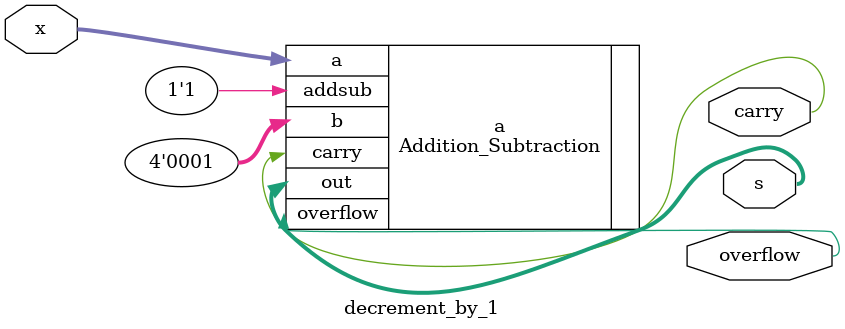
<source format=v>
`timescale 1ns / 1ps
`include "Addition_Subtraction.v"

module decrement_by_1(
	input [3:0]x,
	output [3:0]s,
	output carry,
	output overflow
   );

	Addition_Subtraction a (
		.a(x),
		.b(4'b0001),
		.addsub(1'b1),
		.out(s),
		.carry(carry),
		.overflow(overflow)
	);
	

endmodule

</source>
